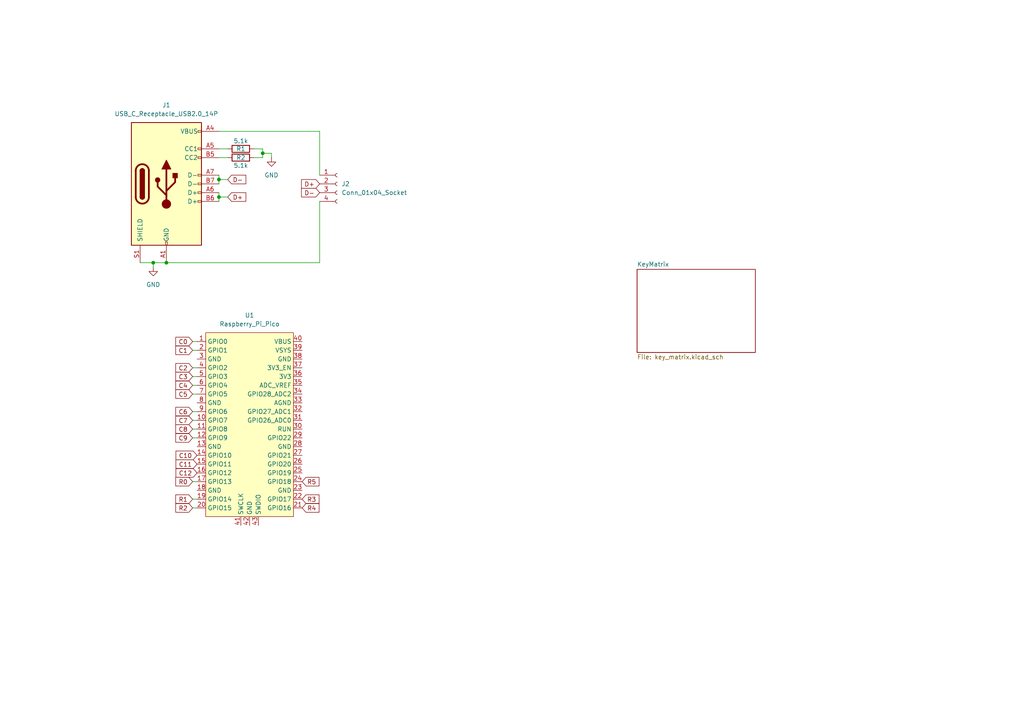
<source format=kicad_sch>
(kicad_sch (version 20231120) (generator "eeschema") (generator_version "8.0")
  (paper "A4")
  (lib_symbols
    (symbol "Connector:Conn_01x04_Socket" (pin_names (offset 1.016) hide)
      (property "Reference" "J" (at 0 5.08 0))
      (property "Value" "Conn_01x04_Socket" (at 0 -7.62 0))
      (symbol "Conn_01x04_Socket_1_1"
        (arc (start 0 -4.572) (mid -0.5058 -5.08) (end 0 -5.588) (stroke (width 0.1524)))
        (arc (start 0 -2.032) (mid -0.5058 -2.54) (end 0 -3.048) (stroke (width 0.1524)))
        (polyline (pts (xy -1.27 -5.08) (xy -0.508 -5.08)) (stroke (width 0.1524)))
        (polyline (pts (xy -1.27 -2.54) (xy -0.508 -2.54)) (stroke (width 0.1524)))
        (polyline (pts (xy -1.27 0) (xy -0.508 0)) (stroke (width 0.1524)))
        (polyline (pts (xy -1.27 2.54) (xy -0.508 2.54)) (stroke (width 0.1524)))
        (arc (start 0 0.508) (mid -0.5058 0) (end 0 -0.508) (stroke (width 0.1524)))
        (arc (start 0 3.048) (mid -0.5058 2.54) (end 0 2.032) (stroke (width 0.1524)))
        (pin passive line (at -5.08 2.54 0) (length 3.81) (name "Pin_1") (number "1"))
        (pin passive line (at -5.08 0 0) (length 3.81) (name "Pin_2") (number "2"))
        (pin passive line (at -5.08 -2.54 0) (length 3.81) (name "Pin_3") (number "3"))
        (pin passive line (at -5.08 -5.08 0) (length 3.81) (name "Pin_4") (number "4"))
      )
    )
    (symbol "Connector:USB_C_Receptacle_USB2.0_14P" (pin_names (offset 1.016))
      (property "Reference" "J" (at 0 22.225 0))
      (property "Value" "USB_C_Receptacle_USB2.0_14P" (at 0 19.685 0))
      (symbol "USB_C_Receptacle_USB2.0_14P_0_0"
        (rectangle (start -0.254 -17.78) (end 0.254 -16.764))
        (rectangle (start 10.16 -4.826) (end 9.144 -5.334))
        (rectangle (start 10.16 -2.286) (end 9.144 -2.794))
        (rectangle (start 10.16 0.254) (end 9.144 -0.254))
        (rectangle (start 10.16 2.794) (end 9.144 2.286))
        (rectangle (start 10.16 7.874) (end 9.144 7.366))
        (rectangle (start 10.16 10.414) (end 9.144 9.906))
        (rectangle (start 10.16 15.494) (end 9.144 14.986))
      )
      (symbol "USB_C_Receptacle_USB2.0_14P_0_1"
        (rectangle (start -10.16 17.78) (end 10.16 -17.78) (stroke (width 0.254)) (fill (type background)))
        (arc (start -8.89 -3.81) (mid -6.985 -5.7067) (end -5.08 -3.81) (stroke (width 0.508)))
        (arc (start -7.62 -3.81) (mid -6.985 -4.4423) (end -6.35 -3.81) (stroke (width 0.254)))
        (arc (start -7.62 -3.81) (mid -6.985 -4.4423) (end -6.35 -3.81) (stroke (width 0.254)) (fill (type outline)))
        (rectangle (start -7.62 -3.81) (end -6.35 3.81) (stroke (width 0.254)) (fill (type outline)))
        (arc (start -6.35 3.81) (mid -6.985 4.4423) (end -7.62 3.81) (stroke (width 0.254)))
        (arc (start -6.35 3.81) (mid -6.985 4.4423) (end -7.62 3.81) (stroke (width 0.254)) (fill (type outline)))
        (arc (start -5.08 3.81) (mid -6.985 5.7067) (end -8.89 3.81) (stroke (width 0.508)))
        (circle (center -2.54 1.143) (radius 0.635) (stroke (width 0.254)) (fill (type outline)))
        (circle (center 0 -5.842) (radius 1.27) (fill (type outline)))
        (polyline (pts (xy -8.89 -3.81) (xy -8.89 3.81)) (stroke (width 0.508)))
        (polyline (pts (xy -5.08 3.81) (xy -5.08 -3.81)) (stroke (width 0.508)))
        (polyline (pts (xy 0 -5.842) (xy 0 4.318)) (stroke (width 0.508)))
        (polyline (pts (xy 0 -3.302) (xy -2.54 -0.762) (xy -2.54 0.508)) (stroke (width 0.508)))
        (polyline (pts (xy 0 -2.032) (xy 2.54 0.508) (xy 2.54 1.778)) (stroke (width 0.508)))
        (polyline (pts (xy -1.27 4.318) (xy 0 6.858) (xy 1.27 4.318) (xy -1.27 4.318)) (stroke (width 0.254)) (fill (type outline)))
        (rectangle (start 1.905 1.778) (end 3.175 3.048) (stroke (width 0.254)) (fill (type outline)))
      )
      (symbol "USB_C_Receptacle_USB2.0_14P_1_1"
        (pin passive line (at 0 -22.86 90) (length 5.08) (name "GND") (number "A1"))
        (pin passive line (at 0 -22.86 90) (length 5.08) hide (name "GND") (number "A12"))
        (pin passive line (at 15.24 15.24 180) (length 5.08) (name "VBUS") (number "A4"))
        (pin bidirectional line (at 15.24 10.16 180) (length 5.08) (name "CC1") (number "A5"))
        (pin bidirectional line (at 15.24 -2.54 180) (length 5.08) (name "D+") (number "A6"))
        (pin bidirectional line (at 15.24 2.54 180) (length 5.08) (name "D-") (number "A7"))
        (pin passive line (at 15.24 15.24 180) (length 5.08) hide (name "VBUS") (number "A9"))
        (pin passive line (at 0 -22.86 90) (length 5.08) hide (name "GND") (number "B1"))
        (pin passive line (at 0 -22.86 90) (length 5.08) hide (name "GND") (number "B12"))
        (pin passive line (at 15.24 15.24 180) (length 5.08) hide (name "VBUS") (number "B4"))
        (pin bidirectional line (at 15.24 7.62 180) (length 5.08) (name "CC2") (number "B5"))
        (pin bidirectional line (at 15.24 -5.08 180) (length 5.08) (name "D+") (number "B6"))
        (pin bidirectional line (at 15.24 0 180) (length 5.08) (name "D-") (number "B7"))
        (pin passive line (at 15.24 15.24 180) (length 5.08) hide (name "VBUS") (number "B9"))
        (pin passive line (at -7.62 -22.86 90) (length 5.08) (name "SHIELD") (number "S1"))
      )
    )
    (symbol "ScottoKeebs:MCU_Raspberry_Pi_Pico"
      (property "Reference" "U" (at 0 0 0))
      (property "Value" "Raspberry_Pi_Pico" (at 0 27.94 0))
      (symbol "MCU_Raspberry_Pi_Pico_0_1"
        (rectangle (start -12.7 26.67) (end 12.7 -26.67) (fill (type background)))
      )
      (symbol "MCU_Raspberry_Pi_Pico_1_1"
        (pin bidirectional line (at -15.24 24.13 0) (length 2.54) (name "GPIO0") (number "1"))
        (pin bidirectional line (at -15.24 1.27 0) (length 2.54) (name "GPIO7") (number "10"))
        (pin bidirectional line (at -15.24 -1.27 0) (length 2.54) (name "GPIO8") (number "11"))
        (pin bidirectional line (at -15.24 -3.81 0) (length 2.54) (name "GPIO9") (number "12"))
        (pin power_in line (at -15.24 -6.35 0) (length 2.54) (name "GND") (number "13"))
        (pin bidirectional line (at -15.24 -8.89 0) (length 2.54) (name "GPIO10") (number "14"))
        (pin bidirectional line (at -15.24 -11.43 0) (length 2.54) (name "GPIO11") (number "15"))
        (pin bidirectional line (at -15.24 -13.97 0) (length 2.54) (name "GPIO12") (number "16"))
        (pin bidirectional line (at -15.24 -16.51 0) (length 2.54) (name "GPIO13") (number "17"))
        (pin power_in line (at -15.24 -19.05 0) (length 2.54) (name "GND") (number "18"))
        (pin bidirectional line (at -15.24 -21.59 0) (length 2.54) (name "GPIO14") (number "19"))
        (pin bidirectional line (at -15.24 21.59 0) (length 2.54) (name "GPIO1") (number "2"))
        (pin bidirectional line (at -15.24 -24.13 0) (length 2.54) (name "GPIO15") (number "20"))
        (pin bidirectional line (at 15.24 -24.13 180) (length 2.54) (name "GPIO16") (number "21"))
        (pin bidirectional line (at 15.24 -21.59 180) (length 2.54) (name "GPIO17") (number "22"))
        (pin power_in line (at 15.24 -19.05 180) (length 2.54) (name "GND") (number "23"))
        (pin bidirectional line (at 15.24 -16.51 180) (length 2.54) (name "GPIO18") (number "24"))
        (pin bidirectional line (at 15.24 -13.97 180) (length 2.54) (name "GPIO19") (number "25"))
        (pin bidirectional line (at 15.24 -11.43 180) (length 2.54) (name "GPIO20") (number "26"))
        (pin bidirectional line (at 15.24 -8.89 180) (length 2.54) (name "GPIO21") (number "27"))
        (pin power_in line (at 15.24 -6.35 180) (length 2.54) (name "GND") (number "28"))
        (pin bidirectional line (at 15.24 -3.81 180) (length 2.54) (name "GPIO22") (number "29"))
        (pin power_in line (at -15.24 19.05 0) (length 2.54) (name "GND") (number "3"))
        (pin input line (at 15.24 -1.27 180) (length 2.54) (name "RUN") (number "30"))
        (pin bidirectional line (at 15.24 1.27 180) (length 2.54) (name "GPIO26_ADC0") (number "31"))
        (pin bidirectional line (at 15.24 3.81 180) (length 2.54) (name "GPIO27_ADC1") (number "32"))
        (pin power_in line (at 15.24 6.35 180) (length 2.54) (name "AGND") (number "33"))
        (pin bidirectional line (at 15.24 8.89 180) (length 2.54) (name "GPIO28_ADC2") (number "34"))
        (pin power_in line (at 15.24 11.43 180) (length 2.54) (name "ADC_VREF") (number "35"))
        (pin power_in line (at 15.24 13.97 180) (length 2.54) (name "3V3") (number "36"))
        (pin input line (at 15.24 16.51 180) (length 2.54) (name "3V3_EN") (number "37"))
        (pin bidirectional line (at 15.24 19.05 180) (length 2.54) (name "GND") (number "38"))
        (pin power_in line (at 15.24 21.59 180) (length 2.54) (name "VSYS") (number "39"))
        (pin bidirectional line (at -15.24 16.51 0) (length 2.54) (name "GPIO2") (number "4"))
        (pin power_in line (at 15.24 24.13 180) (length 2.54) (name "VBUS") (number "40"))
        (pin input line (at -2.54 -29.21 90) (length 2.54) (name "SWCLK") (number "41"))
        (pin power_in line (at 0 -29.21 90) (length 2.54) (name "GND") (number "42"))
        (pin bidirectional line (at 2.54 -29.21 90) (length 2.54) (name "SWDIO") (number "43"))
        (pin bidirectional line (at -15.24 13.97 0) (length 2.54) (name "GPIO3") (number "5"))
        (pin bidirectional line (at -15.24 11.43 0) (length 2.54) (name "GPIO4") (number "6"))
        (pin bidirectional line (at -15.24 8.89 0) (length 2.54) (name "GPIO5") (number "7"))
        (pin power_in line (at -15.24 6.35 0) (length 2.54) (name "GND") (number "8"))
        (pin bidirectional line (at -15.24 3.81 0) (length 2.54) (name "GPIO6") (number "9"))
      )
    )
    (symbol "ScottoKeebs:Placeholder_Resistor" (pin_numbers hide) (pin_names (offset 0))
      (property "Reference" "R" (at 0 2.032 0))
      (property "Value" "Resistor" (at 0 -2.54 0))
      (symbol "Placeholder_Resistor_0_1"
        (rectangle (start 2.54 -1.016) (end -2.54 1.016) (stroke (width 0.254)))
      )
      (symbol "Placeholder_Resistor_1_1"
        (pin passive line (at -3.81 0 0) (length 1.27) (name "~") (number "1"))
        (pin passive line (at 3.81 0 180) (length 1.27) (name "~") (number "2"))
      )
    )
    (symbol "power:GND" (power) (pin_numbers hide) (pin_names (offset 0) hide)
      (property "Value" "GND" (at 0 -3.81 0))
      (symbol "GND_0_1"
        (polyline (pts (xy 0 0) (xy 0 -1.27) (xy 1.27 -1.27) (xy 0 -2.54) (xy -1.27 -1.27) (xy 0 -1.27)))
      )
      (symbol "GND_1_1"
        (pin power_in line (at 0 0 270) (length 0) (name "~") (number "1"))
      )
    )
  )
  (junction (at 48.26 76.2))
  (junction (at 76.2 44.45))
  (junction (at 44.45 76.2))
  (junction (at 63.5 52.07))
  (junction (at 63.5 57.15))
  (wire (pts (xy 63.5 50.8) (xy 63.5 52.07)))
  (wire (pts (xy 76.2 43.18) (xy 76.2 44.45)))
  (wire (pts (xy 76.2 44.45) (xy 76.2 45.72)))
  (wire (pts (xy 78.74 45.72) (xy 78.74 44.45)))
  (wire (pts (xy 92.71 38.1) (xy 63.5 38.1)))
  (wire (pts (xy 66.04 57.15) (xy 63.5 57.15)))
  (wire (pts (xy 55.88 114.3) (xy 57.15 114.3)))
  (wire (pts (xy 55.88 119.38) (xy 57.15 119.38)))
  (wire (pts (xy 63.5 57.15) (xy 63.5 58.42)))
  (wire (pts (xy 66.04 52.07) (xy 63.5 52.07)))
  (wire (pts (xy 55.88 121.92) (xy 57.15 121.92)))
  (wire (pts (xy 76.2 44.45) (xy 78.74 44.45)))
  (wire (pts (xy 55.88 111.76) (xy 57.15 111.76)))
  (wire (pts (xy 55.88 124.46) (xy 57.15 124.46)))
  (wire (pts (xy 92.71 50.8) (xy 92.71 38.1)))
  (wire (pts (xy 55.88 139.7) (xy 57.15 139.7)))
  (wire (pts (xy 55.88 106.68) (xy 57.15 106.68)))
  (wire (pts (xy 66.04 45.72) (xy 63.5 45.72)))
  (wire (pts (xy 55.88 101.6) (xy 57.15 101.6)))
  (wire (pts (xy 76.2 43.18) (xy 73.66 43.18)))
  (wire (pts (xy 55.88 147.32) (xy 57.15 147.32)))
  (wire (pts (xy 92.71 76.2) (xy 48.26 76.2)))
  (wire (pts (xy 55.88 144.78) (xy 57.15 144.78)))
  (wire (pts (xy 55.88 99.06) (xy 57.15 99.06)))
  (wire (pts (xy 40.64 76.2) (xy 44.45 76.2)))
  (wire (pts (xy 44.45 76.2) (xy 48.26 76.2)))
  (wire (pts (xy 44.45 77.47) (xy 44.45 76.2)))
  (wire (pts (xy 66.04 43.18) (xy 63.5 43.18)))
  (wire (pts (xy 92.71 58.42) (xy 92.71 76.2)))
  (wire (pts (xy 55.88 127) (xy 57.15 127)))
  (wire (pts (xy 76.2 45.72) (xy 73.66 45.72)))
  (wire (pts (xy 55.88 109.22) (xy 57.15 109.22)))
  (wire (pts (xy 63.5 55.88) (xy 63.5 57.15)))
  (wire (pts (xy 63.5 52.07) (xy 63.5 53.34)))
  (global_label "R1" (shape input) (at 55.88 144.78 180) (property "Intersheetrefs" "${INTERSHEET_REFS}" (effects (hide yes))))
  (global_label "C12" (shape input) (at 57.15 137.16 180) (property "Intersheetrefs" "${INTERSHEET_REFS}" (effects (hide yes))))
  (global_label "C11" (shape input) (at 57.15 134.62 180) (property "Intersheetrefs" "${INTERSHEET_REFS}" (effects (hide yes))))
  (global_label "C10" (shape input) (at 57.15 132.08 180) (property "Intersheetrefs" "${INTERSHEET_REFS}" (effects (hide yes))))
  (global_label "C5" (shape input) (at 55.88 114.3 180) (property "Intersheetrefs" "${INTERSHEET_REFS}" (effects (hide yes))))
  (global_label "D-" (shape input) (at 92.71 55.88 180) (property "Intersheetrefs" "${INTERSHEET_REFS}" (effects (hide yes))))
  (global_label "C4" (shape input) (at 55.88 111.76 180) (property "Intersheetrefs" "${INTERSHEET_REFS}" (effects (hide yes))))
  (global_label "C0" (shape input) (at 55.88 99.06 180) (property "Intersheetrefs" "${INTERSHEET_REFS}" (effects (hide yes))))
  (global_label "C9" (shape input) (at 55.88 127 180) (property "Intersheetrefs" "${INTERSHEET_REFS}" (effects (hide yes))))
  (global_label "D-" (shape input) (at 66.04 52.07 0) (property "Intersheetrefs" "${INTERSHEET_REFS}" (effects (hide yes))))
  (global_label "C2" (shape input) (at 55.88 106.68 180) (property "Intersheetrefs" "${INTERSHEET_REFS}" (effects (hide yes))))
  (global_label "C1" (shape input) (at 55.88 101.6 180) (property "Intersheetrefs" "${INTERSHEET_REFS}" (effects (hide yes))))
  (global_label "D+" (shape input) (at 92.71 53.34 180) (property "Intersheetrefs" "${INTERSHEET_REFS}" (effects (hide yes))))
  (global_label "C7" (shape input) (at 55.88 121.92 180) (property "Intersheetrefs" "${INTERSHEET_REFS}" (effects (hide yes))))
  (global_label "R4" (shape input) (at 87.63 147.32 0) (property "Intersheetrefs" "${INTERSHEET_REFS}" (effects (hide yes))))
  (global_label "R0" (shape input) (at 55.88 139.7 180) (property "Intersheetrefs" "${INTERSHEET_REFS}" (effects (hide yes))))
  (global_label "D+" (shape input) (at 66.04 57.15 0) (property "Intersheetrefs" "${INTERSHEET_REFS}" (effects (hide yes))))
  (global_label "C8" (shape input) (at 55.88 124.46 180) (property "Intersheetrefs" "${INTERSHEET_REFS}" (effects (hide yes))))
  (global_label "R5" (shape input) (at 87.63 139.7 0) (property "Intersheetrefs" "${INTERSHEET_REFS}" (effects (hide yes))))
  (global_label "C3" (shape input) (at 55.88 109.22 180) (property "Intersheetrefs" "${INTERSHEET_REFS}" (effects (hide yes))))
  (global_label "C6" (shape input) (at 55.88 119.38 180) (property "Intersheetrefs" "${INTERSHEET_REFS}" (effects (hide yes))))
  (global_label "R3" (shape input) (at 87.63 144.78 0) (property "Intersheetrefs" "${INTERSHEET_REFS}" (effects (hide yes))))
  (global_label "R2" (shape input) (at 55.88 147.32 180) (property "Intersheetrefs" "${INTERSHEET_REFS}" (effects (hide yes))))
  (symbol (lib_id "power:GND") (at 44.45 77.47 0) (unit 1)
    (property "Reference" "#PWR01" (effects (hide yes)))
    (property "Value" "GND" (at 44.45 82.55 0))
    (property "Description" "Power symbol creates a global label with name \"GND\" , ground" (effects (hide yes)))
  )
  (symbol (lib_id "ScottoKeebs:Placeholder_Resistor") (at 69.85 43.18 0) (unit 1)
    (property "Reference" "R1" (at 69.85 43.18 0))
    (property "Value" "5.1k" (at 69.85 40.894 0))
    (property "Footprint" "Resistor_SMD:R_0201_0603Metric_Pad0.64x0.40mm_HandSolder" (effects (hide yes)))
    (property "Description" "Resistor" (effects (hide yes)))
  )
  (symbol (lib_id "Connector:Conn_01x04_Socket") (at 97.79 53.34 0) (unit 1)
    (property "Reference" "J2" (at 99.06 53.3399 0) (effects (justify left)))
    (property "Value" "Conn_01x04_Socket" (at 99.06 55.8799 0) (effects (justify left)))
    (property "Footprint" "Connector_PinHeader_2.54mm:PinHeader_1x04_P2.54mm_Vertical" (effects (hide yes)))
    (property "Description" "Generic connector, single row, 01x04, script generated" (effects (hide yes)))
  )
  (symbol (lib_id "ScottoKeebs:MCU_Raspberry_Pi_Pico") (at 72.39 123.19 0) (unit 1)
    (property "Reference" "U1" (at 72.39 91.44 0))
    (property "Value" "Raspberry_Pi_Pico" (at 72.39 93.98 0))
    (property "Footprint" "ScottoKeebs_MCU:Raspberry_Pi_Pico" (effects (hide yes)))
  )
  (symbol (lib_id "power:GND") (at 78.74 45.72 0) (unit 1)
    (property "Reference" "#PWR02" (effects (hide yes)))
    (property "Value" "GND" (at 78.74 50.8 0))
    (property "Description" "Power symbol creates a global label with name \"GND\" , ground" (effects (hide yes)))
  )
  (symbol (lib_id "Connector:USB_C_Receptacle_USB2.0_14P") (at 48.26 53.34 0) (unit 1)
    (property "Reference" "J1" (at 48.26 30.48 0))
    (property "Value" "USB_C_Receptacle_USB2.0_14P" (at 48.26 33.02 0))
    (property "Footprint" "Connector_USB:USB_C_Receptacle_GCT_USB4085" (effects (hide yes)))
    (property "Datasheet" "https://www.usb.org/sites/default/files/documents/usb_type-c.zip" (effects (hide yes)))
    (property "Description" "USB 2.0-only 14P Type-C Receptacle connector" (effects (hide yes)))
  )
  (symbol (lib_id "ScottoKeebs:Placeholder_Resistor") (at 69.85 45.72 0) (unit 1)
    (property "Reference" "R2" (at 69.85 45.72 0))
    (property "Value" "5.1k" (at 69.85 48.006 0))
    (property "Footprint" "Resistor_SMD:R_0201_0603Metric_Pad0.64x0.40mm_HandSolder" (effects (hide yes)))
    (property "Description" "Resistor" (effects (hide yes)))
  )
  (sheet (at 184.785 78.105) (size 34.29 24.13) (stroke (width 0.1524))
    (property "Sheetname" "KeyMatrix" (at 184.785 77.3934 0) (effects (justify left bottom)))
    (property "Sheetfile" "key_matrix.kicad_sch" (at 184.785 102.8196 0) (effects (justify left top)))
  )
)
</source>
